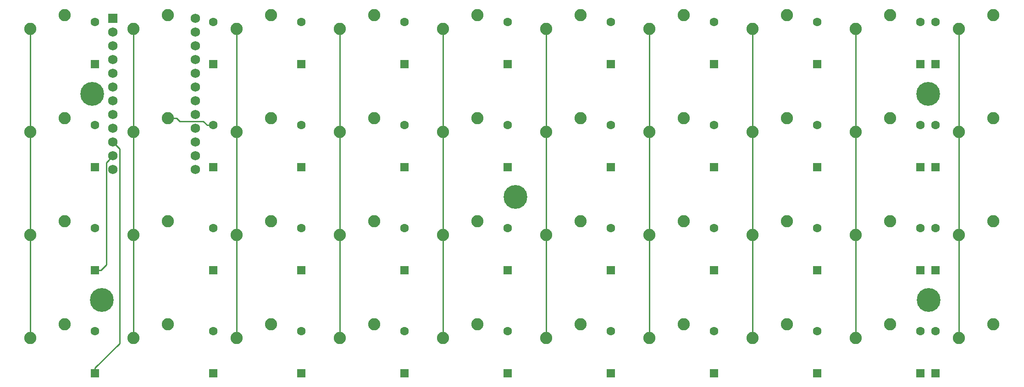
<source format=gtl>
G04 #@! TF.GenerationSoftware,KiCad,Pcbnew,(5.1.4-0)*
G04 #@! TF.CreationDate,2021-02-22T20:17:48-07:00*
G04 #@! TF.ProjectId,electrolyte,656c6563-7472-46f6-9c79-74652e6b6963,rev?*
G04 #@! TF.SameCoordinates,Original*
G04 #@! TF.FileFunction,Copper,L1,Top*
G04 #@! TF.FilePolarity,Positive*
%FSLAX46Y46*%
G04 Gerber Fmt 4.6, Leading zero omitted, Abs format (unit mm)*
G04 Created by KiCad (PCBNEW (5.1.4-0)) date 2021-02-22 20:17:48*
%MOMM*%
%LPD*%
G04 APERTURE LIST*
%ADD10C,4.400000*%
%ADD11C,2.250000*%
%ADD12C,1.752600*%
%ADD13R,1.752600X1.752600*%
%ADD14R,1.600000X1.600000*%
%ADD15C,1.600000*%
%ADD16C,0.250000*%
G04 APERTURE END LIST*
D10*
X111633000Y-54229000D03*
X187833000Y-35179000D03*
X187960000Y-73279000D03*
X35306000Y-73279000D03*
X33528000Y-35179000D03*
D11*
X199929750Y-77755750D03*
X193579750Y-80295750D03*
X199929750Y-58705750D03*
X193579750Y-61245750D03*
X199929750Y-39655750D03*
X193579750Y-42195750D03*
X199929750Y-20605750D03*
X193579750Y-23145750D03*
X180879750Y-77755750D03*
X174529750Y-80295750D03*
X180879750Y-58705750D03*
X174529750Y-61245750D03*
X180879750Y-39655750D03*
X174529750Y-42195750D03*
X180879750Y-20605750D03*
X174529750Y-23145750D03*
X161829750Y-77755750D03*
X155479750Y-80295750D03*
X161829750Y-58705750D03*
X155479750Y-61245750D03*
X161829750Y-39655750D03*
X155479750Y-42195750D03*
X161829750Y-20605750D03*
X155479750Y-23145750D03*
X142779750Y-77755750D03*
X136429750Y-80295750D03*
X142779750Y-58705750D03*
X136429750Y-61245750D03*
X142779750Y-39655750D03*
X136429750Y-42195750D03*
X142779750Y-20605750D03*
X136429750Y-23145750D03*
X123729750Y-77755750D03*
X117379750Y-80295750D03*
X123729750Y-58705750D03*
X117379750Y-61245750D03*
X123729750Y-39655750D03*
X117379750Y-42195750D03*
X123729750Y-20605750D03*
X117379750Y-23145750D03*
X104679750Y-77755750D03*
X98329750Y-80295750D03*
X104679750Y-58705750D03*
X98329750Y-61245750D03*
X104679750Y-39655750D03*
X98329750Y-42195750D03*
X104679750Y-20605750D03*
X98329750Y-23145750D03*
X85629750Y-77755750D03*
X79279750Y-80295750D03*
X85629750Y-58705750D03*
X79279750Y-61245750D03*
X85629750Y-39655750D03*
X79279750Y-42195750D03*
X85629750Y-20605750D03*
X79279750Y-23145750D03*
X66579750Y-77755750D03*
X60229750Y-80295750D03*
X66579750Y-58705750D03*
X60229750Y-61245750D03*
X66579750Y-39655750D03*
X60229750Y-42195750D03*
X66579750Y-20605750D03*
X60229750Y-23145750D03*
X47529750Y-77755750D03*
X41179750Y-80295750D03*
X47529750Y-58705750D03*
X41179750Y-61245750D03*
X47529750Y-39655750D03*
X41179750Y-42195750D03*
X47529750Y-20605750D03*
X41179750Y-23145750D03*
X28479750Y-77755750D03*
X22129750Y-80295750D03*
X28479750Y-58705750D03*
X22129750Y-61245750D03*
X28479750Y-39655750D03*
X22129750Y-42195750D03*
X28479750Y-20605750D03*
X22129750Y-23145750D03*
D12*
X52609750Y-21240750D03*
X37369750Y-49180750D03*
X52609750Y-23780750D03*
X52609750Y-26320750D03*
X52609750Y-28860750D03*
X52609750Y-31400750D03*
X52609750Y-33940750D03*
X52609750Y-36480750D03*
X52609750Y-39020750D03*
X52609750Y-41560750D03*
X52609750Y-44100750D03*
X52609750Y-46640750D03*
X52609750Y-49180750D03*
X37369750Y-46640750D03*
X37369750Y-44100750D03*
X37369750Y-41560750D03*
X37369750Y-39020750D03*
X37369750Y-36480750D03*
X37369750Y-33940750D03*
X37369750Y-31400750D03*
X37369750Y-28860750D03*
X37369750Y-26320750D03*
X37369750Y-23780750D03*
D13*
X37369750Y-21240750D03*
D14*
X189261750Y-86862750D03*
D15*
X189261750Y-79062750D03*
D14*
X189261750Y-67812750D03*
D15*
X189261750Y-60012750D03*
D14*
X189261750Y-48762750D03*
D15*
X189261750Y-40962750D03*
D14*
X189261750Y-29712750D03*
D15*
X189261750Y-21912750D03*
D14*
X186467750Y-86862750D03*
D15*
X186467750Y-79062750D03*
D14*
X186467750Y-67812750D03*
D15*
X186467750Y-60012750D03*
D14*
X186467750Y-48762750D03*
D15*
X186467750Y-40962750D03*
D14*
X186467750Y-29712750D03*
D15*
X186467750Y-21912750D03*
D14*
X167417750Y-86862750D03*
D15*
X167417750Y-79062750D03*
D14*
X167417750Y-67812750D03*
D15*
X167417750Y-60012750D03*
D14*
X167417750Y-48762750D03*
D15*
X167417750Y-40962750D03*
D14*
X167417750Y-29712750D03*
D15*
X167417750Y-21912750D03*
D14*
X148367750Y-86862750D03*
D15*
X148367750Y-79062750D03*
D14*
X148367750Y-67812750D03*
D15*
X148367750Y-60012750D03*
D14*
X148367750Y-48762750D03*
D15*
X148367750Y-40962750D03*
D14*
X148367750Y-29712750D03*
D15*
X148367750Y-21912750D03*
D14*
X129317750Y-86862750D03*
D15*
X129317750Y-79062750D03*
D14*
X129317750Y-67812750D03*
D15*
X129317750Y-60012750D03*
D14*
X129317750Y-48762750D03*
D15*
X129317750Y-40962750D03*
D14*
X129317750Y-29712750D03*
D15*
X129317750Y-21912750D03*
D14*
X110267750Y-86862750D03*
D15*
X110267750Y-79062750D03*
D14*
X110267750Y-67812750D03*
D15*
X110267750Y-60012750D03*
D14*
X110267750Y-48762750D03*
D15*
X110267750Y-40962750D03*
D14*
X110267750Y-29712750D03*
D15*
X110267750Y-21912750D03*
D14*
X91217750Y-86862750D03*
D15*
X91217750Y-79062750D03*
D14*
X91217750Y-67812750D03*
D15*
X91217750Y-60012750D03*
D14*
X91217750Y-48762750D03*
D15*
X91217750Y-40962750D03*
D14*
X91217750Y-29712750D03*
D15*
X91217750Y-21912750D03*
D14*
X72167750Y-86862750D03*
D15*
X72167750Y-79062750D03*
D14*
X72167750Y-67812750D03*
D15*
X72167750Y-60012750D03*
D14*
X72167750Y-48762750D03*
D15*
X72167750Y-40962750D03*
D14*
X72167750Y-29712750D03*
D15*
X72167750Y-21912750D03*
D14*
X55911750Y-86862750D03*
D15*
X55911750Y-79062750D03*
D14*
X55911750Y-67812750D03*
D15*
X55911750Y-60012750D03*
D14*
X55911750Y-48762750D03*
D15*
X55911750Y-40962750D03*
D14*
X55911750Y-29712750D03*
D15*
X55911750Y-21912750D03*
D14*
X34067750Y-86862750D03*
D15*
X34067750Y-79062750D03*
D14*
X34067750Y-67812750D03*
D15*
X34067750Y-60012750D03*
D14*
X34067750Y-48762750D03*
D15*
X34067750Y-40962750D03*
D14*
X34067750Y-29712750D03*
D15*
X34067750Y-21912750D03*
D16*
X36493451Y-47517049D02*
X37369750Y-46640750D01*
X36168449Y-66762051D02*
X36168449Y-47842051D01*
X35117750Y-67812750D02*
X36168449Y-66762051D01*
X36168449Y-47842051D02*
X36493451Y-47517049D01*
X34067750Y-67812750D02*
X35117750Y-67812750D01*
X38246049Y-44977049D02*
X37369750Y-44100750D01*
X38571051Y-81309449D02*
X38571051Y-45302051D01*
X34067750Y-85812750D02*
X38571051Y-81309449D01*
X38571051Y-45302051D02*
X38246049Y-44977049D01*
X34067750Y-86862750D02*
X34067750Y-85812750D01*
X49120740Y-39655750D02*
X47529750Y-39655750D01*
X54039681Y-40222051D02*
X49687041Y-40222051D01*
X49687041Y-40222051D02*
X49120740Y-39655750D01*
X54780380Y-40962750D02*
X54039681Y-40222051D01*
X55911750Y-40962750D02*
X54780380Y-40962750D01*
X22129750Y-64291752D02*
X22129750Y-80295750D01*
X22129750Y-23145750D02*
X22129750Y-64291752D01*
X41179750Y-23145750D02*
X41179750Y-80295750D01*
X60229750Y-23145750D02*
X60229750Y-80295750D01*
X79279750Y-23145750D02*
X79279750Y-80295750D01*
X98329750Y-23145750D02*
X98329750Y-80295750D01*
X117379750Y-23145750D02*
X117379750Y-80295750D01*
X136429750Y-64291752D02*
X136429750Y-80295750D01*
X136429750Y-23145750D02*
X136429750Y-64291752D01*
X155479750Y-64291752D02*
X155479750Y-80295750D01*
X155479750Y-23145750D02*
X155479750Y-64291752D01*
X174529750Y-23145750D02*
X174529750Y-80295750D01*
X193579750Y-23145750D02*
X193579750Y-80295750D01*
M02*

</source>
